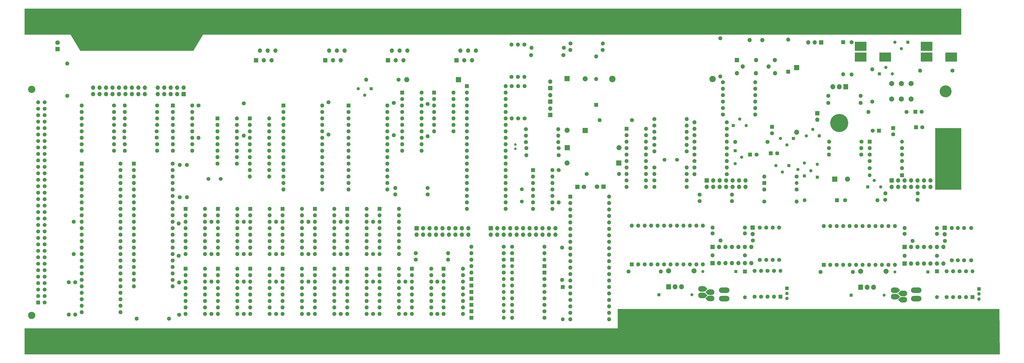
<source format=gts>
%TF.GenerationSoftware,KiCad,Pcbnew,8.0.6+1*%
%TF.CreationDate,2024-12-23T15:37:47+01:00*%
%TF.ProjectId,Issue_6,49737375-655f-4362-9e6b-696361645f70,0*%
%TF.SameCoordinates,Original*%
%TF.FileFunction,Soldermask,Top*%
%TF.FilePolarity,Negative*%
%FSLAX46Y46*%
G04 Gerber Fmt 4.6, Leading zero omitted, Abs format (unit mm)*
G04 Created by KiCad (PCBNEW 8.0.6+1) date 2024-12-23 15:37:47*
%MOMM*%
%LPD*%
G01*
G04 APERTURE LIST*
G04 Aperture macros list*
%AMRoundRect*
0 Rectangle with rounded corners*
0 $1 Rounding radius*
0 $2 $3 $4 $5 $6 $7 $8 $9 X,Y pos of 4 corners*
0 Add a 4 corners polygon primitive as box body*
4,1,4,$2,$3,$4,$5,$6,$7,$8,$9,$2,$3,0*
0 Add four circle primitives for the rounded corners*
1,1,$1+$1,$2,$3*
1,1,$1+$1,$4,$5*
1,1,$1+$1,$6,$7*
1,1,$1+$1,$8,$9*
0 Add four rect primitives between the rounded corners*
20,1,$1+$1,$2,$3,$4,$5,0*
20,1,$1+$1,$4,$5,$6,$7,0*
20,1,$1+$1,$6,$7,$8,$9,0*
20,1,$1+$1,$8,$9,$2,$3,0*%
%AMRotRect*
0 Rectangle, with rotation*
0 The origin of the aperture is its center*
0 $1 length*
0 $2 width*
0 $3 Rotation angle, in degrees counterclockwise*
0 Add horizontal line*
21,1,$1,$2,0,0,$3*%
G04 Aperture macros list end*
%ADD10C,0.100000*%
%ADD11C,3.581000*%
%ADD12C,2.350446*%
%ADD13RoundRect,0.500000X-3.750000X-0.350000X3.750000X-0.350000X3.750000X0.350000X-3.750000X0.350000X0*%
%ADD14R,1.600000X1.600000*%
%ADD15O,1.600000X1.600000*%
%ADD16R,1.700000X1.700000*%
%ADD17O,1.700000X1.700000*%
%ADD18RoundRect,0.050800X-2.250000X1.750000X-2.250000X-1.750000X2.250000X-1.750000X2.250000X1.750000X0*%
%ADD19R,1.905000X2.000000*%
%ADD20O,1.905000X2.000000*%
%ADD21C,1.600000*%
%ADD22R,1.200000X1.200000*%
%ADD23C,1.200000*%
%ADD24R,1.500000X1.500000*%
%ADD25O,1.500000X1.500000*%
%ADD26R,1.350000X1.350000*%
%ADD27O,1.350000X1.350000*%
%ADD28RotRect,1.500000X1.500000X45.000000*%
%ADD29RoundRect,1.100000X0.400000X0.000010X-0.400000X0.000010X-0.400000X-0.000010X0.400000X-0.000010X0*%
%ADD30RoundRect,1.100000X-0.400000X-0.000010X0.400000X-0.000010X0.400000X0.000010X-0.400000X0.000010X0*%
%ADD31R,1.300000X1.300000*%
%ADD32C,1.300000*%
%ADD33R,2.000000X2.000000*%
%ADD34O,2.000000X2.000000*%
%ADD35C,1.000000*%
%ADD36RoundRect,1.100000X-0.975000X-0.000010X0.975000X-0.000010X0.975000X0.000010X-0.975000X0.000010X0*%
%ADD37R,1.800000X1.800000*%
%ADD38C,1.800000*%
%ADD39C,2.000000*%
%ADD40C,1.500000*%
%ADD41C,2.850000*%
%ADD42RoundRect,0.249999X-0.525001X0.525001X-0.525001X-0.525001X0.525001X-0.525001X0.525001X0.525001X0*%
%ADD43C,1.550000*%
%ADD44O,2.500000X2.600000*%
%ADD45O,2.500000X2.500000*%
G04 APERTURE END LIST*
D10*
X391160000Y-91440000D02*
X93345000Y-91440000D01*
X89535000Y-97790000D01*
X45085000Y-97790000D01*
X41275000Y-91440000D01*
X23241000Y-91440000D01*
X23241000Y-81280000D01*
X391160000Y-81280000D01*
X391160000Y-91440000D01*
G36*
X391160000Y-91440000D02*
G01*
X93345000Y-91440000D01*
X89535000Y-97790000D01*
X45085000Y-97790000D01*
X41275000Y-91440000D01*
X23241000Y-91440000D01*
X23241000Y-81280000D01*
X391160000Y-81280000D01*
X391160000Y-91440000D01*
G37*
D11*
X345071500Y-126238000D02*
G75*
G02*
X341490500Y-126238000I-1790500J0D01*
G01*
X341490500Y-126238000D02*
G75*
G02*
X345071500Y-126238000I1790500J0D01*
G01*
D10*
X381000000Y-128270000D02*
X391160000Y-128270000D01*
X391160000Y-152400000D01*
X381000000Y-152400000D01*
X381000000Y-128270000D01*
G36*
X381000000Y-128270000D02*
G01*
X391160000Y-128270000D01*
X391160000Y-152400000D01*
X381000000Y-152400000D01*
X381000000Y-128270000D01*
G37*
X406273000Y-217170000D02*
X23241000Y-217170000D01*
X23241000Y-207010000D01*
X256286000Y-207010000D01*
X256286000Y-199390000D01*
X406146000Y-199390000D01*
X406273000Y-217170000D01*
G36*
X406273000Y-217170000D02*
G01*
X23241000Y-217170000D01*
X23241000Y-207010000D01*
X256286000Y-207010000D01*
X256286000Y-199390000D01*
X406146000Y-199390000D01*
X406273000Y-217170000D01*
G37*
%TO.C,S3*%
D12*
X386239223Y-113792000D02*
G75*
G02*
X383888777Y-113792000I-1175223J0D01*
G01*
X383888777Y-113792000D02*
G75*
G02*
X386239223Y-113792000I1175223J0D01*
G01*
%TD*%
D13*
%TO.C,EC1*%
X386207000Y-131318000D03*
X386207000Y-133858000D03*
X386207000Y-138938000D03*
X386207000Y-141478000D03*
X386207000Y-144018000D03*
X386207000Y-146558000D03*
X386207000Y-149098000D03*
%TD*%
D14*
%TO.C,D26*%
X344805000Y-94488000D03*
D15*
X344805000Y-107061000D03*
%TD*%
D16*
%TO.C,J2*%
X85725000Y-114845000D03*
D17*
X85725000Y-112305000D03*
X83185000Y-114845000D03*
X83185000Y-112305000D03*
X80645000Y-114845000D03*
X80645000Y-112305000D03*
X78105000Y-114845000D03*
X78105000Y-112305000D03*
X75565000Y-114845000D03*
X75565000Y-112305000D03*
X70485000Y-114845000D03*
X70485000Y-112305000D03*
X67945000Y-114845000D03*
X67945000Y-112305000D03*
X65405000Y-114845000D03*
X65405000Y-112305000D03*
X62865000Y-114845000D03*
X62865000Y-112305000D03*
X60325000Y-114845000D03*
X60325000Y-112305000D03*
X57785000Y-114845000D03*
X57785000Y-112305000D03*
X55245000Y-114845000D03*
X55245000Y-112305000D03*
X52705000Y-114845000D03*
X52705000Y-112305000D03*
X50165000Y-114845000D03*
X50165000Y-112305000D03*
%TD*%
D14*
%TO.C,D25*%
X323215000Y-106045000D03*
D15*
X323215000Y-93472000D03*
%TD*%
D18*
%TO.C,J9*%
X351703000Y-96092000D03*
X351703000Y-100283000D03*
X361355000Y-100283000D03*
%TD*%
%TO.C,J10*%
X377571000Y-96092000D03*
X377571000Y-100283000D03*
X387223000Y-100283000D03*
%TD*%
D19*
%TO.C,IC31*%
X276225000Y-190683000D03*
D20*
X278765000Y-190683000D03*
X281305000Y-190683000D03*
%TD*%
D21*
%TO.C,R47*%
X58420000Y-137160000D03*
D15*
X45720000Y-137160000D03*
%TD*%
D14*
%TO.C,C22*%
X358902000Y-129286000D03*
D21*
X356402000Y-129286000D03*
%TD*%
%TO.C,R56*%
X297585000Y-115310000D03*
D15*
X310285000Y-115310000D03*
%TD*%
D21*
%TO.C,R62*%
X211455000Y-185039000D03*
D15*
X198755000Y-185039000D03*
%TD*%
D21*
%TO.C,C31*%
X283337000Y-137414000D03*
D15*
X270637000Y-137414000D03*
%TD*%
D22*
%TO.C,C10*%
X347980000Y-193929000D03*
D23*
X360934000Y-193929000D03*
%TD*%
D24*
%TO.C,D2*%
X227457000Y-182499000D03*
D25*
X214757000Y-182499000D03*
%TD*%
D16*
%TO.C,J201*%
X368935000Y-175006000D03*
D17*
X371475000Y-175006000D03*
X374015000Y-175006000D03*
X376555000Y-175006000D03*
X379095000Y-175006000D03*
X381635000Y-175006000D03*
X384175000Y-175006000D03*
%TD*%
D21*
%TO.C,R86*%
X244094000Y-146304000D03*
D15*
X256794000Y-146304000D03*
%TD*%
D21*
%TO.C,R48*%
X233045000Y-138938000D03*
D15*
X220345000Y-138938000D03*
%TD*%
D21*
%TO.C,R21*%
X227457000Y-195199000D03*
D15*
X214757000Y-195199000D03*
%TD*%
D26*
%TO.C,SW2*%
X398145000Y-191453000D03*
D27*
X398145000Y-193453000D03*
X398145000Y-195453000D03*
%TD*%
D24*
%TO.C,D1*%
X227457000Y-185039000D03*
D25*
X214757000Y-185039000D03*
%TD*%
D14*
%TO.C,IC5*%
X137287000Y-160020000D03*
D15*
X137287000Y-162560000D03*
X137287000Y-165100000D03*
X137287000Y-167640000D03*
X137287000Y-170180000D03*
X137287000Y-172720000D03*
X137287000Y-175260000D03*
X137287000Y-177800000D03*
X144907000Y-177800000D03*
X144907000Y-175260000D03*
X144907000Y-172720000D03*
X144907000Y-170180000D03*
X144907000Y-167640000D03*
X144907000Y-165100000D03*
X144907000Y-162560000D03*
X144907000Y-160020000D03*
%TD*%
D21*
%TO.C,R10*%
X235077000Y-96647000D03*
D15*
X222377000Y-96647000D03*
%TD*%
D14*
%TO.C,C41*%
X373166000Y-121793000D03*
D21*
X375666000Y-121793000D03*
%TD*%
%TO.C,R78*%
X75311000Y-134620000D03*
D15*
X62611000Y-134620000D03*
%TD*%
D21*
%TO.C,R44*%
X306197000Y-167386000D03*
D15*
X293497000Y-167386000D03*
%TD*%
D21*
%TO.C,DC24*%
X147447000Y-201295000D03*
D15*
X147447000Y-188595000D03*
%TD*%
D28*
%TO.C,L2*%
X290449000Y-191516000D03*
D29*
X289399000Y-191516000D03*
D28*
X291719000Y-192786000D03*
D30*
X292769000Y-192786000D03*
D28*
X290449000Y-194056000D03*
D29*
X289399000Y-194056000D03*
D28*
X291719000Y-195199000D03*
D30*
X292769000Y-195199000D03*
%TD*%
D21*
%TO.C,R29*%
X355219000Y-141224000D03*
D15*
X367919000Y-141224000D03*
%TD*%
D21*
%TO.C,C32*%
X286385000Y-143764000D03*
D15*
X299085000Y-143764000D03*
%TD*%
D21*
%TO.C,C48*%
X234950000Y-99568000D03*
D15*
X222250000Y-99568000D03*
%TD*%
D21*
%TO.C,C49*%
X319659000Y-180086000D03*
D15*
X319659000Y-167386000D03*
%TD*%
D31*
%TO.C,TR7*%
X329565000Y-147066000D03*
D32*
X327025000Y-144526000D03*
X329565000Y-141986000D03*
%TD*%
D21*
%TO.C,R58*%
X297585000Y-120390000D03*
D15*
X310285000Y-120390000D03*
%TD*%
D21*
%TO.C,R17*%
X220218000Y-128651000D03*
D15*
X232918000Y-128651000D03*
%TD*%
D21*
%TO.C,R20*%
X227457000Y-197739000D03*
D15*
X214757000Y-197739000D03*
%TD*%
D14*
%TO.C,IC16*%
X175387000Y-183515000D03*
D15*
X175387000Y-186055000D03*
X175387000Y-188595000D03*
X175387000Y-191135000D03*
X175387000Y-193675000D03*
X175387000Y-196215000D03*
X175387000Y-198755000D03*
X175387000Y-201295000D03*
X183007000Y-201295000D03*
X183007000Y-198755000D03*
X183007000Y-196215000D03*
X183007000Y-193675000D03*
X183007000Y-191135000D03*
X183007000Y-188595000D03*
X183007000Y-186055000D03*
X183007000Y-183515000D03*
%TD*%
D21*
%TO.C,R90*%
X217170000Y-124460000D03*
D15*
X217170000Y-111760000D03*
%TD*%
D21*
%TO.C,C19*%
X326517000Y-152400000D03*
D15*
X313817000Y-152400000D03*
%TD*%
D24*
%TO.C,D16*%
X313817000Y-149860000D03*
D25*
X326517000Y-149860000D03*
%TD*%
D21*
%TO.C,R49*%
X315087000Y-133705600D03*
D15*
X302387000Y-133705600D03*
%TD*%
D14*
%TO.C,IC13*%
X137287000Y-183515000D03*
D15*
X137287000Y-186055000D03*
X137287000Y-188595000D03*
X137287000Y-191135000D03*
X137287000Y-193675000D03*
X137287000Y-196215000D03*
X137287000Y-198755000D03*
X137287000Y-201295000D03*
X144907000Y-201295000D03*
X144907000Y-198755000D03*
X144907000Y-196215000D03*
X144907000Y-193675000D03*
X144907000Y-191135000D03*
X144907000Y-188595000D03*
X144907000Y-186055000D03*
X144907000Y-183515000D03*
%TD*%
D21*
%TO.C,DC20*%
X96647000Y-201295000D03*
D15*
X96647000Y-188595000D03*
%TD*%
D21*
%TO.C,C50*%
X395097000Y-180213000D03*
D15*
X395097000Y-167513000D03*
%TD*%
D21*
%TO.C,R32*%
X288417000Y-156972000D03*
D15*
X301117000Y-156972000D03*
%TD*%
D33*
%TO.C,C37*%
X326567800Y-104444800D03*
D34*
X326567800Y-129844800D03*
%TD*%
D21*
%TO.C,DC26*%
X172847000Y-201295000D03*
D15*
X172847000Y-188595000D03*
%TD*%
D16*
%TO.C,J6*%
X192913000Y-101600000D03*
D17*
X194437000Y-97790000D03*
X195961000Y-101600000D03*
X197485000Y-97790000D03*
X199009000Y-101600000D03*
X200533000Y-97790000D03*
%TD*%
D16*
%TO.C,M2*%
X309245000Y-167335200D03*
D17*
X309245000Y-169875200D03*
%TD*%
D21*
%TO.C,R92_2*%
X40005000Y-115570000D03*
D15*
X40005000Y-102870000D03*
%TD*%
D24*
%TO.C,D14*%
X306197000Y-184650000D03*
D25*
X306197000Y-194810000D03*
%TD*%
D31*
%TO.C,TR2*%
X370205000Y-94488000D03*
D32*
X367665000Y-97028000D03*
X365125000Y-94488000D03*
%TD*%
D21*
%TO.C,DC5*%
X181610000Y-118745000D03*
D15*
X181610000Y-131445000D03*
%TD*%
D21*
%TO.C,R92*%
X219583000Y-95377000D03*
D15*
X219583000Y-108077000D03*
%TD*%
D16*
%TO.C,HDB1*%
X291211000Y-148844000D03*
D17*
X293751000Y-148844000D03*
X296291000Y-148844000D03*
X298831000Y-148844000D03*
X301371000Y-148844000D03*
X303911000Y-148844000D03*
X306451000Y-148844000D03*
X291211000Y-151384000D03*
X293751000Y-151384000D03*
X296291000Y-151384000D03*
X298831000Y-151384000D03*
X301371000Y-151384000D03*
X303911000Y-151384000D03*
X306451000Y-151384000D03*
%TD*%
D21*
%TO.C,R63*%
X211455000Y-182499000D03*
D15*
X198755000Y-182499000D03*
%TD*%
D14*
%TO.C,C21*%
X308269000Y-138684000D03*
D21*
X310769000Y-138684000D03*
%TD*%
%TO.C,C13*%
X312039000Y-180086000D03*
D15*
X312039000Y-167386000D03*
%TD*%
D21*
%TO.C,R74*%
X75184000Y-129540000D03*
D15*
X62484000Y-129540000D03*
%TD*%
D21*
%TO.C,C16*%
X368935000Y-169799000D03*
D15*
X381635000Y-169799000D03*
%TD*%
D21*
%TO.C,C34*%
X286385000Y-138684000D03*
D15*
X299085000Y-138684000D03*
%TD*%
D24*
%TO.C,D3*%
X214757000Y-179959000D03*
D25*
X227457000Y-179959000D03*
%TD*%
D21*
%TO.C,C43*%
X270637000Y-124714000D03*
D15*
X283337000Y-124714000D03*
%TD*%
D31*
%TO.C,TR5*%
X334645000Y-147574000D03*
D32*
X332105000Y-145034000D03*
X334645000Y-142494000D03*
%TD*%
D14*
%TO.C,IC18*%
X45720000Y-142240000D03*
D15*
X45720000Y-144780000D03*
X45720000Y-147320000D03*
X45720000Y-149860000D03*
X45720000Y-152400000D03*
X45720000Y-154940000D03*
X45720000Y-157480000D03*
X45720000Y-160020000D03*
X45720000Y-162560000D03*
X45720000Y-165100000D03*
X45720000Y-167640000D03*
X45720000Y-170180000D03*
X45720000Y-172720000D03*
X45720000Y-175260000D03*
X45720000Y-177800000D03*
X45720000Y-180340000D03*
X45720000Y-182880000D03*
X45720000Y-185420000D03*
X45720000Y-187960000D03*
X45720000Y-190500000D03*
X45720000Y-193040000D03*
X45720000Y-195580000D03*
X45720000Y-198120000D03*
X45720000Y-200660000D03*
X60960000Y-200660000D03*
X60960000Y-198120000D03*
X60960000Y-195580000D03*
X60960000Y-193040000D03*
X60960000Y-190500000D03*
X60960000Y-187960000D03*
X60960000Y-185420000D03*
X60960000Y-182880000D03*
X60960000Y-180340000D03*
X60960000Y-177800000D03*
X60960000Y-175260000D03*
X60960000Y-172720000D03*
X60960000Y-170180000D03*
X60960000Y-167640000D03*
X60960000Y-165100000D03*
X60960000Y-162560000D03*
X60960000Y-160020000D03*
X60960000Y-157480000D03*
X60960000Y-154940000D03*
X60960000Y-152400000D03*
X60960000Y-149860000D03*
X60960000Y-147320000D03*
X60960000Y-144780000D03*
X60960000Y-142240000D03*
%TD*%
D21*
%TO.C,C20*%
X361442000Y-153924000D03*
D15*
X374142000Y-153924000D03*
%TD*%
D14*
%TO.C,IC28*%
X259715000Y-128524000D03*
D15*
X259715000Y-131064000D03*
X259715000Y-133604000D03*
X259715000Y-136144000D03*
X259715000Y-138684000D03*
X259715000Y-141224000D03*
X259715000Y-143764000D03*
X259715000Y-146304000D03*
X259715000Y-148844000D03*
X259715000Y-151384000D03*
X267335000Y-151384000D03*
X267335000Y-148844000D03*
X267335000Y-146304000D03*
X267335000Y-143764000D03*
X267335000Y-141224000D03*
X267335000Y-138684000D03*
X267335000Y-136144000D03*
X267335000Y-133604000D03*
X267335000Y-131064000D03*
X267335000Y-128524000D03*
%TD*%
D21*
%TO.C,DC27*%
X185420000Y-201295000D03*
D15*
X185420000Y-188595000D03*
%TD*%
D16*
%TO.C,J4*%
X141351000Y-101600000D03*
D17*
X142875000Y-97790000D03*
X144399000Y-101600000D03*
X145923000Y-97790000D03*
X147447000Y-101600000D03*
X148971000Y-97790000D03*
%TD*%
D22*
%TO.C,C11*%
X302641000Y-184658000D03*
D23*
X289687000Y-184658000D03*
%TD*%
D21*
%TO.C,C26*%
X270637000Y-143764000D03*
D15*
X283337000Y-143764000D03*
%TD*%
D14*
%TO.C,C47*%
X364490000Y-128207888D03*
D21*
X364490000Y-130707888D03*
%TD*%
%TO.C,R18*%
X227457000Y-202819000D03*
D15*
X214757000Y-202819000D03*
%TD*%
D21*
%TO.C,C5*%
X306197000Y-178308000D03*
D15*
X293497000Y-178308000D03*
%TD*%
D21*
%TO.C,C46*%
X345567000Y-156591000D03*
D15*
X358267000Y-156591000D03*
%TD*%
D21*
%TO.C,R61*%
X237744000Y-94996000D03*
D15*
X250444000Y-94996000D03*
%TD*%
D21*
%TO.C,R23*%
X227457000Y-190119000D03*
D15*
X214757000Y-190119000D03*
%TD*%
D21*
%TO.C,R57*%
X297585000Y-117850000D03*
D15*
X310285000Y-117850000D03*
%TD*%
D21*
%TO.C,DC3*%
X142621000Y-118110000D03*
D15*
X142621000Y-130810000D03*
%TD*%
D35*
%TO.C,X2*%
X216027000Y-136398000D03*
X216027000Y-134698000D03*
%TD*%
D21*
%TO.C,L5*%
X369697000Y-121920000D03*
D15*
X354697000Y-121920000D03*
%TD*%
D21*
%TO.C,R33*%
X355219000Y-144018000D03*
D15*
X367919000Y-144018000D03*
%TD*%
D21*
%TO.C,R76*%
X75184000Y-131953000D03*
D15*
X62484000Y-131953000D03*
%TD*%
D21*
%TO.C,R51*%
X270637000Y-129674000D03*
D15*
X283337000Y-129674000D03*
%TD*%
D21*
%TO.C,R85*%
X261874000Y-125095000D03*
D15*
X249174000Y-125095000D03*
%TD*%
D21*
%TO.C,R40*%
X315087000Y-184404000D03*
D15*
X315087000Y-194564000D03*
%TD*%
D16*
%TO.C,J202*%
X368935000Y-181483000D03*
D17*
X371475000Y-181483000D03*
X374015000Y-181483000D03*
X376555000Y-181483000D03*
X379095000Y-181483000D03*
X381635000Y-181483000D03*
X384175000Y-181483000D03*
%TD*%
D21*
%TO.C,R15*%
X387731000Y-105664000D03*
D15*
X375031000Y-105664000D03*
%TD*%
D21*
%TO.C,R80*%
X220218000Y-131191000D03*
D15*
X232918000Y-131191000D03*
%TD*%
D21*
%TO.C,DC16*%
X160147000Y-177800000D03*
D15*
X160147000Y-165100000D03*
%TD*%
D21*
%TO.C,R8*%
X217043000Y-108077000D03*
D15*
X217043000Y-95377000D03*
%TD*%
D14*
%TO.C,IC25*%
X184150000Y-114300000D03*
D15*
X184150000Y-116840000D03*
X184150000Y-119380000D03*
X184150000Y-121920000D03*
X184150000Y-124460000D03*
X184150000Y-127000000D03*
X184150000Y-129540000D03*
X191770000Y-129540000D03*
X191770000Y-127000000D03*
X191770000Y-124460000D03*
X191770000Y-121920000D03*
X191770000Y-119380000D03*
X191770000Y-116840000D03*
X191770000Y-114300000D03*
%TD*%
D21*
%TO.C,R12*%
X339217000Y-136144000D03*
D15*
X351917000Y-136144000D03*
%TD*%
D14*
%TO.C,IC33*%
X124968000Y-119380000D03*
D15*
X124968000Y-121920000D03*
X124968000Y-124460000D03*
X124968000Y-127000000D03*
X124968000Y-129540000D03*
X124968000Y-132080000D03*
X124968000Y-134620000D03*
X124968000Y-137160000D03*
X124968000Y-139700000D03*
X124968000Y-142240000D03*
X124968000Y-144780000D03*
X124968000Y-147320000D03*
X124968000Y-149860000D03*
X124968000Y-152400000D03*
X140208000Y-152400000D03*
X140208000Y-149860000D03*
X140208000Y-147320000D03*
X140208000Y-144780000D03*
X140208000Y-142240000D03*
X140208000Y-139700000D03*
X140208000Y-137160000D03*
X140208000Y-134620000D03*
X140208000Y-132080000D03*
X140208000Y-129540000D03*
X140208000Y-127000000D03*
X140208000Y-124460000D03*
X140208000Y-121920000D03*
X140208000Y-119380000D03*
%TD*%
D14*
%TO.C,IC10*%
X99187000Y-183515000D03*
D15*
X99187000Y-186055000D03*
X99187000Y-188595000D03*
X99187000Y-191135000D03*
X99187000Y-193675000D03*
X99187000Y-196215000D03*
X99187000Y-198755000D03*
X99187000Y-201295000D03*
X106807000Y-201295000D03*
X106807000Y-198755000D03*
X106807000Y-196215000D03*
X106807000Y-193675000D03*
X106807000Y-191135000D03*
X106807000Y-188595000D03*
X106807000Y-186055000D03*
X106807000Y-183515000D03*
%TD*%
D21*
%TO.C,R54*%
X270637000Y-132214000D03*
D15*
X283337000Y-132214000D03*
%TD*%
D21*
%TO.C,R35*%
X385445000Y-194691000D03*
D15*
X385445000Y-184531000D03*
%TD*%
D21*
%TO.C,C44*%
X338963000Y-115570000D03*
D15*
X351663000Y-115570000D03*
%TD*%
D21*
%TO.C,R104*%
X326517000Y-147320000D03*
D15*
X313817000Y-147320000D03*
%TD*%
D24*
%TO.C,D10*%
X198755000Y-190119000D03*
D25*
X211455000Y-190119000D03*
%TD*%
D21*
%TO.C,R72*%
X75311000Y-127000000D03*
D15*
X62611000Y-127000000D03*
%TD*%
D14*
%TO.C,IC3*%
X111887000Y-160020000D03*
D15*
X111887000Y-162560000D03*
X111887000Y-165100000D03*
X111887000Y-167640000D03*
X111887000Y-170180000D03*
X111887000Y-172720000D03*
X111887000Y-175260000D03*
X111887000Y-177800000D03*
X119507000Y-177800000D03*
X119507000Y-175260000D03*
X119507000Y-172720000D03*
X119507000Y-170180000D03*
X119507000Y-167640000D03*
X119507000Y-165100000D03*
X119507000Y-162560000D03*
X119507000Y-160020000D03*
%TD*%
D21*
%TO.C,C45*%
X286385000Y-131064000D03*
D15*
X299085000Y-131064000D03*
%TD*%
D19*
%TO.C,U35*%
X345821000Y-112014000D03*
D20*
X343281000Y-112014000D03*
X340741000Y-112014000D03*
%TD*%
D24*
%TO.C,D12*%
X320167000Y-194564000D03*
D25*
X320167000Y-184404000D03*
%TD*%
D16*
%TO.C,J101*%
X293497000Y-175006000D03*
D17*
X296037000Y-175006000D03*
X298577000Y-175006000D03*
X301117000Y-175006000D03*
X303657000Y-175006000D03*
X306197000Y-175006000D03*
X308737000Y-175006000D03*
%TD*%
D16*
%TO.C,J3*%
X114173000Y-101600000D03*
D17*
X115697000Y-97790000D03*
X117221000Y-101600000D03*
X118745000Y-97790000D03*
X120269000Y-101600000D03*
X121793000Y-97790000D03*
%TD*%
D21*
%TO.C,R88*%
X310261000Y-112770000D03*
D15*
X297561000Y-112770000D03*
%TD*%
D21*
%TO.C,R25*%
X283337000Y-151384000D03*
D15*
X270637000Y-151384000D03*
%TD*%
D21*
%TO.C,R98*%
X234442000Y-175260000D03*
D15*
X234442000Y-187960000D03*
%TD*%
D24*
%TO.C,D13*%
X395605000Y-194691000D03*
D25*
X395605000Y-184531000D03*
%TD*%
D21*
%TO.C,R42*%
X314579000Y-180086000D03*
D15*
X314579000Y-167386000D03*
%TD*%
D36*
%TO.C,L6*%
X298103000Y-192024000D03*
X298103000Y-195326000D03*
%TD*%
D37*
%TO.C,D27_2*%
X36195000Y-97155000D03*
D38*
X36195000Y-94615000D03*
%TD*%
D21*
%TO.C,R65*%
X211455000Y-177419000D03*
D15*
X198755000Y-177419000D03*
%TD*%
D24*
%TO.C,D8*%
X198755000Y-195199000D03*
D25*
X211455000Y-195199000D03*
%TD*%
D21*
%TO.C,R1*%
X58420000Y-132080000D03*
D15*
X45720000Y-132080000D03*
%TD*%
D21*
%TO.C,R68*%
X176911000Y-177419000D03*
D15*
X189611000Y-177419000D03*
%TD*%
D21*
%TO.C,C33*%
X299085000Y-136144000D03*
D15*
X286385000Y-136144000D03*
%TD*%
D37*
%TO.C,D20_1*%
X240411000Y-151384000D03*
D38*
X242951000Y-151384000D03*
%TD*%
D14*
%TO.C,IC26*%
X223012000Y-144780000D03*
D15*
X223012000Y-147320000D03*
X223012000Y-149860000D03*
X223012000Y-152400000D03*
X223012000Y-154940000D03*
X223012000Y-157480000D03*
X223012000Y-160020000D03*
X230632000Y-160020000D03*
X230632000Y-157480000D03*
X230632000Y-154940000D03*
X230632000Y-152400000D03*
X230632000Y-149860000D03*
X230632000Y-147320000D03*
X230632000Y-144780000D03*
%TD*%
D21*
%TO.C,R45*%
X381635000Y-167513000D03*
D15*
X368935000Y-167513000D03*
%TD*%
D14*
%TO.C,IC19*%
X81534000Y-119380000D03*
D15*
X81534000Y-121920000D03*
X81534000Y-124460000D03*
X81534000Y-127000000D03*
X81534000Y-129540000D03*
X81534000Y-132080000D03*
X81534000Y-134620000D03*
X81534000Y-137160000D03*
X89154000Y-137160000D03*
X89154000Y-134620000D03*
X89154000Y-132080000D03*
X89154000Y-129540000D03*
X89154000Y-127000000D03*
X89154000Y-124460000D03*
X89154000Y-121920000D03*
X89154000Y-119380000D03*
%TD*%
D14*
%TO.C,IC30*%
X337185000Y-181991000D03*
D15*
X339725000Y-181991000D03*
X342265000Y-181991000D03*
X344805000Y-181991000D03*
X347345000Y-181991000D03*
X349885000Y-181991000D03*
X352425000Y-181991000D03*
X354965000Y-181991000D03*
X357505000Y-181991000D03*
X360045000Y-181991000D03*
X362585000Y-181991000D03*
X365125000Y-181991000D03*
X365125000Y-166751000D03*
X362585000Y-166751000D03*
X360045000Y-166751000D03*
X357505000Y-166751000D03*
X354965000Y-166751000D03*
X352425000Y-166751000D03*
X349885000Y-166751000D03*
X347345000Y-166751000D03*
X344805000Y-166751000D03*
X342265000Y-166751000D03*
X339725000Y-166751000D03*
X337185000Y-166751000D03*
%TD*%
D17*
%TO.C,J7*%
X313055000Y-93585000D03*
X308055000Y-93585000D03*
D16*
X303102000Y-101459000D03*
D17*
X310595000Y-101459000D03*
X317961000Y-101459000D03*
X305388000Y-103999000D03*
X315548000Y-103999000D03*
X303055000Y-106666000D03*
X318055000Y-106666000D03*
X310555000Y-106666000D03*
%TD*%
D31*
%TO.C,TR4*%
X354457000Y-151384000D03*
D32*
X356997000Y-148844000D03*
X359537000Y-151384000D03*
%TD*%
D24*
%TO.C,D29*%
X355219000Y-133604000D03*
D25*
X367919000Y-133604000D03*
%TD*%
D21*
%TO.C,C18*%
X335915000Y-184785000D03*
D15*
X348615000Y-184785000D03*
%TD*%
D14*
%TO.C,IC7*%
X162687000Y-160020000D03*
D15*
X162687000Y-162560000D03*
X162687000Y-165100000D03*
X162687000Y-167640000D03*
X162687000Y-170180000D03*
X162687000Y-172720000D03*
X162687000Y-175260000D03*
X162687000Y-177800000D03*
X170307000Y-177800000D03*
X170307000Y-175260000D03*
X170307000Y-172720000D03*
X170307000Y-170180000D03*
X170307000Y-167640000D03*
X170307000Y-165100000D03*
X170307000Y-162560000D03*
X170307000Y-160020000D03*
%TD*%
D21*
%TO.C,R96*%
X170180000Y-109220000D03*
D15*
X157480000Y-109220000D03*
%TD*%
D16*
%TO.C,J8*%
X336169000Y-94570000D03*
D17*
X333629000Y-94570000D03*
X331089000Y-94570000D03*
%TD*%
D21*
%TO.C,DC15*%
X147447000Y-177800000D03*
D15*
X147447000Y-165100000D03*
%TD*%
D21*
%TO.C,R13*%
X338963000Y-118364000D03*
D15*
X351663000Y-118364000D03*
%TD*%
D21*
%TO.C,R100*%
X309372000Y-172466000D03*
D15*
X296672000Y-172466000D03*
%TD*%
D26*
%TO.C,SW1*%
X322707000Y-191262000D03*
D27*
X322707000Y-193262000D03*
X322707000Y-195262000D03*
%TD*%
D21*
%TO.C,R91*%
X220218000Y-133731000D03*
D15*
X232918000Y-133731000D03*
%TD*%
D14*
%TO.C,C42*%
X373420000Y-127889000D03*
D21*
X375920000Y-127889000D03*
%TD*%
D19*
%TO.C,IC32*%
X351663000Y-190810000D03*
D20*
X354203000Y-190810000D03*
X356743000Y-190810000D03*
%TD*%
D14*
%TO.C,IC6*%
X149987000Y-160020000D03*
D15*
X149987000Y-162560000D03*
X149987000Y-165100000D03*
X149987000Y-167640000D03*
X149987000Y-170180000D03*
X149987000Y-172720000D03*
X149987000Y-175260000D03*
X149987000Y-177800000D03*
X157607000Y-177800000D03*
X157607000Y-175260000D03*
X157607000Y-172720000D03*
X157607000Y-170180000D03*
X157607000Y-167640000D03*
X157607000Y-165100000D03*
X157607000Y-162560000D03*
X157607000Y-160020000D03*
%TD*%
D14*
%TO.C,IC9*%
X86487000Y-183515000D03*
D15*
X86487000Y-186055000D03*
X86487000Y-188595000D03*
X86487000Y-191135000D03*
X86487000Y-193675000D03*
X86487000Y-196215000D03*
X86487000Y-198755000D03*
X86487000Y-201295000D03*
X94107000Y-201295000D03*
X94107000Y-198755000D03*
X94107000Y-196215000D03*
X94107000Y-193675000D03*
X94107000Y-191135000D03*
X94107000Y-188595000D03*
X94107000Y-186055000D03*
X94107000Y-183515000D03*
%TD*%
D33*
%TO.C,C23*%
X243459000Y-129159000D03*
D34*
X243459000Y-108839000D03*
%TD*%
D14*
%TO.C,IC29*%
X261747000Y-181864000D03*
D15*
X264287000Y-181864000D03*
X266827000Y-181864000D03*
X269367000Y-181864000D03*
X271907000Y-181864000D03*
X274447000Y-181864000D03*
X276987000Y-181864000D03*
X279527000Y-181864000D03*
X282067000Y-181864000D03*
X284607000Y-181864000D03*
X287147000Y-181864000D03*
X289687000Y-181864000D03*
X289687000Y-166624000D03*
X287147000Y-166624000D03*
X284607000Y-166624000D03*
X282067000Y-166624000D03*
X279527000Y-166624000D03*
X276987000Y-166624000D03*
X274447000Y-166624000D03*
X271907000Y-166624000D03*
X269367000Y-166624000D03*
X266827000Y-166624000D03*
X264287000Y-166624000D03*
X261747000Y-166624000D03*
%TD*%
D21*
%TO.C,R28*%
X288417000Y-154432000D03*
D15*
X301117000Y-154432000D03*
%TD*%
D21*
%TO.C,R77*%
X75311000Y-121920000D03*
D15*
X62611000Y-121920000D03*
%TD*%
D21*
%TO.C,R34*%
X310007000Y-194564000D03*
D15*
X310007000Y-184404000D03*
%TD*%
D21*
%TO.C,R55*%
X286385000Y-133604000D03*
D15*
X299085000Y-133604000D03*
%TD*%
D21*
%TO.C,R9*%
X214503000Y-108077000D03*
D15*
X214503000Y-95377000D03*
%TD*%
D21*
%TO.C,C15*%
X293497000Y-169672000D03*
D15*
X306197000Y-169672000D03*
%TD*%
D33*
%TO.C,C39*%
X341503000Y-148336000D03*
D39*
X346503000Y-148336000D03*
%TD*%
D33*
%TO.C,C25*%
X256717800Y-141986000D03*
D34*
X236397800Y-141986000D03*
%TD*%
D21*
%TO.C,R59*%
X297585000Y-122930000D03*
D15*
X310285000Y-122930000D03*
%TD*%
D21*
%TO.C,C29*%
X270637000Y-134874000D03*
D15*
X283337000Y-134874000D03*
%TD*%
D21*
%TO.C,DC25*%
X160147000Y-201295000D03*
D15*
X160147000Y-188595000D03*
%TD*%
D31*
%TO.C,TR1*%
X325247000Y-132334000D03*
D32*
X322707000Y-134874000D03*
X320167000Y-132334000D03*
%TD*%
D21*
%TO.C,R97*%
X214757000Y-177419000D03*
D15*
X227457000Y-177419000D03*
%TD*%
D16*
%TO.C,M3*%
X384683000Y-167487600D03*
D17*
X384683000Y-170027600D03*
%TD*%
D21*
%TO.C,C30*%
X286385000Y-141224000D03*
D15*
X299085000Y-141224000D03*
%TD*%
D14*
%TO.C,IC23*%
X196977000Y-111760000D03*
D15*
X196977000Y-114300000D03*
X196977000Y-116840000D03*
X196977000Y-119380000D03*
X196977000Y-121920000D03*
X196977000Y-124460000D03*
X196977000Y-127000000D03*
X196977000Y-129540000D03*
X196977000Y-132080000D03*
X196977000Y-134620000D03*
X196977000Y-137160000D03*
X196977000Y-139700000D03*
X196977000Y-142240000D03*
X196977000Y-144780000D03*
X196977000Y-147320000D03*
X196977000Y-149860000D03*
X196977000Y-152400000D03*
X196977000Y-154940000D03*
X196977000Y-157480000D03*
X196977000Y-160020000D03*
X212217000Y-160020000D03*
X212217000Y-157480000D03*
X212217000Y-154940000D03*
X212217000Y-152400000D03*
X212217000Y-149860000D03*
X212217000Y-147320000D03*
X212217000Y-144780000D03*
X212217000Y-142240000D03*
X212217000Y-139700000D03*
X212217000Y-137160000D03*
X212217000Y-134620000D03*
X212217000Y-132080000D03*
X212217000Y-129540000D03*
X212217000Y-127000000D03*
X212217000Y-124460000D03*
X212217000Y-121920000D03*
X212217000Y-119380000D03*
X212217000Y-116840000D03*
X212217000Y-114300000D03*
X212217000Y-111760000D03*
%TD*%
D31*
%TO.C,TR6*%
X302387000Y-137160000D03*
D32*
X304927000Y-139700000D03*
X302387000Y-142240000D03*
%TD*%
D21*
%TO.C,C27*%
X270637000Y-148844000D03*
D15*
X283337000Y-148844000D03*
%TD*%
D37*
%TO.C,D21_1*%
X250698000Y-151257000D03*
D38*
X248158000Y-151257000D03*
%TD*%
D22*
%TO.C,C9*%
X272479888Y-193802000D03*
D23*
X285433888Y-193802000D03*
%TD*%
D21*
%TO.C,R67*%
X214757000Y-174879000D03*
D15*
X227457000Y-174879000D03*
%TD*%
D21*
%TO.C,C53*%
X181610000Y-151765000D03*
D15*
X168910000Y-151765000D03*
%TD*%
D21*
%TO.C,R89*%
X219710000Y-124460000D03*
D15*
X219710000Y-111760000D03*
%TD*%
D21*
%TO.C,R46*%
X181610000Y-154305000D03*
D15*
X168910000Y-154305000D03*
%TD*%
D40*
%TO.C,X3*%
X279527000Y-140716000D03*
X274647000Y-140716000D03*
%TD*%
D21*
%TO.C,DC13*%
X122047000Y-177800000D03*
D15*
X122047000Y-165100000D03*
%TD*%
D21*
%TO.C,R101*%
X384810000Y-172593000D03*
D15*
X372110000Y-172593000D03*
%TD*%
D17*
%TO.C,J11*%
X177292000Y-170120000D03*
D16*
X177292000Y-167580000D03*
D17*
X179832000Y-170120000D03*
X179832000Y-167580000D03*
X182372000Y-170120000D03*
X182372000Y-167580000D03*
X184912000Y-170120000D03*
X184912000Y-167580000D03*
X187452000Y-170120000D03*
X187452000Y-167580000D03*
X189992000Y-170120000D03*
X189992000Y-167580000D03*
X192532000Y-170120000D03*
X192532000Y-167580000D03*
X195072000Y-170120000D03*
X195072000Y-167580000D03*
X197612000Y-170120000D03*
X197612000Y-167580000D03*
%TD*%
D21*
%TO.C,R103*%
X313817000Y-157099000D03*
D15*
X326517000Y-157099000D03*
%TD*%
D39*
%TO.C,DC29*%
X361696000Y-184531000D03*
X351696000Y-184531000D03*
%TD*%
%TO.C,DC28*%
X286225000Y-184404000D03*
X276225000Y-184404000D03*
%TD*%
D21*
%TO.C,DC21*%
X109347000Y-201295000D03*
D15*
X109347000Y-188595000D03*
%TD*%
D21*
%TO.C,C6*%
X381635000Y-178435000D03*
D15*
X368935000Y-178435000D03*
%TD*%
D24*
%TO.C,D5*%
X198755000Y-202819000D03*
D25*
X211455000Y-202819000D03*
%TD*%
D21*
%TO.C,C17*%
X260477000Y-184658000D03*
D15*
X273177000Y-184658000D03*
%TD*%
D21*
%TO.C,R69*%
X176911000Y-179959000D03*
D15*
X189611000Y-179959000D03*
%TD*%
D21*
%TO.C,DC6*%
X214630000Y-111760000D03*
D15*
X214630000Y-124460000D03*
%TD*%
D16*
%TO.C,J5*%
X165989000Y-101600000D03*
D17*
X167513000Y-97790000D03*
X169037000Y-101600000D03*
X170561000Y-97790000D03*
X172085000Y-101600000D03*
X173609000Y-97790000D03*
%TD*%
D14*
%TO.C,IC4*%
X124587000Y-160020000D03*
D15*
X124587000Y-162560000D03*
X124587000Y-165100000D03*
X124587000Y-167640000D03*
X124587000Y-170180000D03*
X124587000Y-172720000D03*
X124587000Y-175260000D03*
X124587000Y-177800000D03*
X132207000Y-177800000D03*
X132207000Y-175260000D03*
X132207000Y-172720000D03*
X132207000Y-170180000D03*
X132207000Y-167640000D03*
X132207000Y-165100000D03*
X132207000Y-162560000D03*
X132207000Y-160020000D03*
%TD*%
D21*
%TO.C,R37*%
X387985000Y-194691000D03*
D15*
X387985000Y-184531000D03*
%TD*%
D21*
%TO.C,R95*%
X351917000Y-138684000D03*
D15*
X339217000Y-138684000D03*
%TD*%
D14*
%TO.C,IC11*%
X111887000Y-183515000D03*
D15*
X111887000Y-186055000D03*
X111887000Y-188595000D03*
X111887000Y-191135000D03*
X111887000Y-193675000D03*
X111887000Y-196215000D03*
X111887000Y-198755000D03*
X111887000Y-201295000D03*
X119507000Y-201295000D03*
X119507000Y-198755000D03*
X119507000Y-196215000D03*
X119507000Y-193675000D03*
X119507000Y-191135000D03*
X119507000Y-188595000D03*
X119507000Y-186055000D03*
X119507000Y-183515000D03*
%TD*%
D14*
%TO.C,IC1*%
X86487000Y-160020000D03*
D15*
X86487000Y-162560000D03*
X86487000Y-165100000D03*
X86487000Y-167640000D03*
X86487000Y-170180000D03*
X86487000Y-172720000D03*
X86487000Y-175260000D03*
X86487000Y-177800000D03*
X94107000Y-177800000D03*
X94107000Y-175260000D03*
X94107000Y-172720000D03*
X94107000Y-170180000D03*
X94107000Y-167640000D03*
X94107000Y-165100000D03*
X94107000Y-162560000D03*
X94107000Y-160020000D03*
%TD*%
D16*
%TO.C,D27*%
X229743000Y-112522000D03*
D17*
X229743000Y-109982000D03*
%TD*%
D24*
%TO.C,D9*%
X198755000Y-192659000D03*
D25*
X211455000Y-192659000D03*
%TD*%
D21*
%TO.C,C14*%
X387477000Y-180213000D03*
D15*
X387477000Y-167513000D03*
%TD*%
D21*
%TO.C,R26*%
X299085000Y-146354800D03*
D15*
X286385000Y-146354800D03*
%TD*%
D31*
%TO.C,TR3*%
X323469000Y-143002000D03*
D32*
X320929000Y-145542000D03*
X318389000Y-143002000D03*
%TD*%
D41*
%TO.C,J1*%
X26035000Y-201940000D03*
X26035000Y-113040000D03*
D42*
X28575000Y-196850000D03*
D43*
X28575000Y-194310000D03*
X28575000Y-191770000D03*
X28575000Y-189230000D03*
X28575000Y-186690000D03*
X28575000Y-184150000D03*
X28575000Y-181610000D03*
X28575000Y-179070000D03*
X28575000Y-176530000D03*
X28575000Y-173990000D03*
X28575000Y-171450000D03*
X28575000Y-168910000D03*
X28575000Y-166370000D03*
X28575000Y-163830000D03*
X28575000Y-161290000D03*
X28575000Y-158750000D03*
X28575000Y-156210000D03*
X28575000Y-153670000D03*
X28575000Y-151130000D03*
X28575000Y-148590000D03*
X28575000Y-146050000D03*
X28575000Y-143510000D03*
X28575000Y-140970000D03*
X28575000Y-138430000D03*
X28575000Y-135890000D03*
X28575000Y-133350000D03*
X28575000Y-130810000D03*
X28575000Y-128270000D03*
X28575000Y-125730000D03*
X28575000Y-123190000D03*
X28575000Y-120650000D03*
X28575000Y-118110000D03*
X31115000Y-196850000D03*
X31115000Y-194310000D03*
X31115000Y-191770000D03*
X31115000Y-189230000D03*
X31115000Y-186690000D03*
X31115000Y-184150000D03*
X31115000Y-181610000D03*
X31115000Y-179070000D03*
X31115000Y-176530000D03*
X31115000Y-173990000D03*
X31115000Y-171450000D03*
X31115000Y-168910000D03*
X31115000Y-166370000D03*
X31115000Y-163830000D03*
X31115000Y-161290000D03*
X31115000Y-158750000D03*
X31115000Y-156210000D03*
X31115000Y-153670000D03*
X31115000Y-151130000D03*
X31115000Y-148590000D03*
X31115000Y-146050000D03*
X31115000Y-143510000D03*
X31115000Y-140970000D03*
X31115000Y-138430000D03*
X31115000Y-135890000D03*
X31115000Y-133350000D03*
X31115000Y-130810000D03*
X31115000Y-128270000D03*
X31115000Y-125730000D03*
X31115000Y-123190000D03*
X31115000Y-120650000D03*
X31115000Y-118110000D03*
%TD*%
D21*
%TO.C,DC10*%
X83820000Y-178435000D03*
D15*
X83820000Y-165735000D03*
%TD*%
D24*
%TO.C,D7*%
X198755000Y-197739000D03*
D25*
X211455000Y-197739000D03*
%TD*%
D14*
%TO.C,IC12*%
X124587000Y-183515000D03*
D15*
X124587000Y-186055000D03*
X124587000Y-188595000D03*
X124587000Y-191135000D03*
X124587000Y-193675000D03*
X124587000Y-196215000D03*
X124587000Y-198755000D03*
X124587000Y-201295000D03*
X132207000Y-201295000D03*
X132207000Y-198755000D03*
X132207000Y-196215000D03*
X132207000Y-193675000D03*
X132207000Y-191135000D03*
X132207000Y-188595000D03*
X132207000Y-186055000D03*
X132207000Y-183515000D03*
%TD*%
D21*
%TO.C,R22*%
X227457000Y-192659000D03*
D15*
X214757000Y-192659000D03*
%TD*%
D21*
%TO.C,C1*%
X233045000Y-136144000D03*
D15*
X220345000Y-136144000D03*
%TD*%
D21*
%TO.C,R53*%
X299085000Y-128524000D03*
D15*
X286385000Y-128524000D03*
%TD*%
D21*
%TO.C,R36*%
X312547000Y-194564000D03*
D15*
X312547000Y-184404000D03*
%TD*%
D22*
%TO.C,C12*%
X378079000Y-184785000D03*
D23*
X365125000Y-184785000D03*
%TD*%
D21*
%TO.C,R75*%
X75311000Y-137160000D03*
D15*
X62611000Y-137160000D03*
%TD*%
D21*
%TO.C,R71*%
X40640000Y-188849000D03*
D15*
X40640000Y-201549000D03*
%TD*%
D21*
%TO.C,R7*%
X45720000Y-134620000D03*
D15*
X58420000Y-134620000D03*
%TD*%
D21*
%TO.C,R3*%
X58420000Y-124460000D03*
D15*
X45720000Y-124460000D03*
%TD*%
D21*
%TO.C,C52*%
X392303000Y-180213000D03*
D15*
X392303000Y-167513000D03*
%TD*%
D21*
%TO.C,DC2*%
X109347000Y-118491000D03*
D15*
X109347000Y-131191000D03*
%TD*%
D14*
%TO.C,IC34*%
X150495000Y-119380000D03*
D15*
X150495000Y-121920000D03*
X150495000Y-124460000D03*
X150495000Y-127000000D03*
X150495000Y-129540000D03*
X150495000Y-132080000D03*
X150495000Y-134620000D03*
X150495000Y-137160000D03*
X150495000Y-139700000D03*
X150495000Y-142240000D03*
X150495000Y-144780000D03*
X150495000Y-147320000D03*
X150495000Y-149860000D03*
X150495000Y-152400000D03*
X165735000Y-152400000D03*
X165735000Y-149860000D03*
X165735000Y-147320000D03*
X165735000Y-144780000D03*
X165735000Y-142240000D03*
X165735000Y-139700000D03*
X165735000Y-137160000D03*
X165735000Y-134620000D03*
X165735000Y-132080000D03*
X165735000Y-129540000D03*
X165735000Y-127000000D03*
X165735000Y-124460000D03*
X165735000Y-121920000D03*
X165735000Y-119380000D03*
%TD*%
D21*
%TO.C,R27*%
X355219000Y-138684000D03*
D15*
X367919000Y-138684000D03*
%TD*%
D21*
%TO.C,DC4*%
X168275000Y-118364000D03*
D15*
X168275000Y-131064000D03*
%TD*%
D21*
%TO.C,C51*%
X317119000Y-180086000D03*
D15*
X317119000Y-167386000D03*
%TD*%
D21*
%TO.C,R38*%
X317627000Y-184404000D03*
D15*
X317627000Y-194564000D03*
%TD*%
D16*
%TO.C,LS1*%
X334645000Y-122428000D03*
D17*
X334645000Y-124968000D03*
%TD*%
D21*
%TO.C,R102*%
X361315000Y-156464000D03*
D15*
X374015000Y-156464000D03*
%TD*%
D21*
%TO.C,R66*%
X211455000Y-174879000D03*
D15*
X198755000Y-174879000D03*
%TD*%
D24*
%TO.C,D6*%
X198755000Y-200279000D03*
D25*
X211455000Y-200279000D03*
%TD*%
D24*
%TO.C,D4*%
X234696000Y-190754000D03*
D25*
X234696000Y-203454000D03*
%TD*%
D14*
%TO.C,IC2*%
X99187000Y-160020000D03*
D15*
X99187000Y-162560000D03*
X99187000Y-165100000D03*
X99187000Y-167640000D03*
X99187000Y-170180000D03*
X99187000Y-172720000D03*
X99187000Y-175260000D03*
X99187000Y-177800000D03*
X106807000Y-177800000D03*
X106807000Y-175260000D03*
X106807000Y-172720000D03*
X106807000Y-170180000D03*
X106807000Y-167640000D03*
X106807000Y-165100000D03*
X106807000Y-162560000D03*
X106807000Y-160020000D03*
%TD*%
D21*
%TO.C,R70*%
X86995000Y-142748000D03*
D15*
X86995000Y-155448000D03*
%TD*%
D21*
%TO.C,R43*%
X389890000Y-180213000D03*
D15*
X389890000Y-167513000D03*
%TD*%
D21*
%TO.C,R39*%
X393065000Y-184531000D03*
D15*
X393065000Y-194691000D03*
%TD*%
D21*
%TO.C,DC22*%
X122047000Y-201295000D03*
D15*
X122047000Y-188595000D03*
%TD*%
D21*
%TO.C,R41*%
X390525000Y-184531000D03*
D15*
X390525000Y-194691000D03*
%TD*%
D28*
%TO.C,L4*%
X366141000Y-192024000D03*
D29*
X365091000Y-192024000D03*
D28*
X367411000Y-193294000D03*
D30*
X368461000Y-193294000D03*
D28*
X366141000Y-194564000D03*
D29*
X365091000Y-194564000D03*
D28*
X367411000Y-195707000D03*
D30*
X368461000Y-195707000D03*
%TD*%
D21*
%TO.C,R2*%
X58420000Y-129540000D03*
D15*
X45720000Y-129540000D03*
%TD*%
D21*
%TO.C,R105*%
X374142000Y-153924000D03*
D15*
X361442000Y-153924000D03*
%TD*%
D36*
%TO.C,L9*%
X373541000Y-192024000D03*
X373541000Y-195326000D03*
%TD*%
D21*
%TO.C,R5*%
X58420000Y-119380000D03*
D15*
X45720000Y-119380000D03*
%TD*%
D33*
%TO.C,C35*%
X236397800Y-108813600D03*
D34*
X236397800Y-129133600D03*
%TD*%
D21*
%TO.C,R79*%
X75311000Y-119380000D03*
D15*
X62611000Y-119380000D03*
%TD*%
D31*
%TO.C,IC36*%
X359029000Y-106934000D03*
D32*
X361569000Y-104394000D03*
X364109000Y-106934000D03*
%TD*%
D21*
%TO.C,R87*%
X297585000Y-110230000D03*
D15*
X310285000Y-110230000D03*
%TD*%
D21*
%TO.C,DC14*%
X134747000Y-177800000D03*
D15*
X134747000Y-165100000D03*
%TD*%
D14*
%TO.C,C40*%
X316397000Y-138176000D03*
D21*
X318897000Y-138176000D03*
%TD*%
%TO.C,DC18*%
X80010000Y-203200000D03*
D15*
X67310000Y-203200000D03*
%TD*%
D16*
%TO.C,J102*%
X293497000Y-181356000D03*
D17*
X296037000Y-181356000D03*
X298577000Y-181356000D03*
X301117000Y-181356000D03*
X303657000Y-181356000D03*
X306197000Y-181356000D03*
X308737000Y-181356000D03*
%TD*%
D40*
%TO.C,X4*%
X218567000Y-157153000D03*
X218567000Y-152273000D03*
%TD*%
D14*
%TO.C,IC21*%
X111760000Y-124460000D03*
D15*
X111760000Y-127000000D03*
X111760000Y-129540000D03*
X111760000Y-132080000D03*
X111760000Y-134620000D03*
X111760000Y-137160000D03*
X111760000Y-139700000D03*
X111760000Y-142240000D03*
X111760000Y-144780000D03*
X111760000Y-147320000D03*
X119380000Y-147320000D03*
X119380000Y-144780000D03*
X119380000Y-142240000D03*
X119380000Y-139700000D03*
X119380000Y-137160000D03*
X119380000Y-134620000D03*
X119380000Y-132080000D03*
X119380000Y-129540000D03*
X119380000Y-127000000D03*
X119380000Y-124460000D03*
%TD*%
D14*
%TO.C,IC22*%
X66167000Y-142240000D03*
D15*
X66167000Y-144780000D03*
X66167000Y-147320000D03*
X66167000Y-149860000D03*
X66167000Y-152400000D03*
X66167000Y-154940000D03*
X66167000Y-157480000D03*
X66167000Y-160020000D03*
X66167000Y-162560000D03*
X66167000Y-165100000D03*
X66167000Y-167640000D03*
X66167000Y-170180000D03*
X66167000Y-172720000D03*
X66167000Y-175260000D03*
X66167000Y-177800000D03*
X66167000Y-180340000D03*
X66167000Y-182880000D03*
X66167000Y-185420000D03*
X66167000Y-187960000D03*
X66167000Y-190500000D03*
X81407000Y-190500000D03*
X81407000Y-187960000D03*
X81407000Y-185420000D03*
X81407000Y-182880000D03*
X81407000Y-180340000D03*
X81407000Y-177800000D03*
X81407000Y-175260000D03*
X81407000Y-172720000D03*
X81407000Y-170180000D03*
X81407000Y-167640000D03*
X81407000Y-165100000D03*
X81407000Y-162560000D03*
X81407000Y-160020000D03*
X81407000Y-157480000D03*
X81407000Y-154940000D03*
X81407000Y-152400000D03*
X81407000Y-149860000D03*
X81407000Y-147320000D03*
X81407000Y-144780000D03*
X81407000Y-142240000D03*
%TD*%
D16*
%TO.C,HDB2*%
X363855000Y-148844000D03*
D17*
X366395000Y-148844000D03*
X368935000Y-148844000D03*
X371475000Y-148844000D03*
X374015000Y-148844000D03*
X376555000Y-148844000D03*
X379095000Y-148844000D03*
X363855000Y-151384000D03*
X366395000Y-151384000D03*
X368935000Y-151384000D03*
X371475000Y-151384000D03*
X374015000Y-151384000D03*
X376555000Y-151384000D03*
X379095000Y-151384000D03*
%TD*%
D21*
%TO.C,R19*%
X227457000Y-200279000D03*
D15*
X214757000Y-200279000D03*
%TD*%
D21*
%TO.C,R99*%
X367919000Y-136144000D03*
D15*
X355219000Y-136144000D03*
%TD*%
D17*
%TO.C,J12*%
X206375000Y-170180000D03*
D16*
X206375000Y-167640000D03*
D17*
X208915000Y-170180000D03*
X208915000Y-167640000D03*
X211455000Y-170180000D03*
X211455000Y-167640000D03*
X213995000Y-170180000D03*
X213995000Y-167640000D03*
X216535000Y-170180000D03*
X216535000Y-167640000D03*
X219075000Y-170180000D03*
X219075000Y-167640000D03*
X221615000Y-170180000D03*
X221615000Y-167640000D03*
X224155000Y-170180000D03*
X224155000Y-167640000D03*
X226695000Y-170180000D03*
X226695000Y-167640000D03*
X229235000Y-170180000D03*
X229235000Y-167640000D03*
X231775000Y-170180000D03*
X231775000Y-167640000D03*
%TD*%
D21*
%TO.C,R24*%
X227457000Y-187579000D03*
D15*
X214757000Y-187579000D03*
%TD*%
D33*
%TO.C,C4*%
X193675000Y-109220000D03*
D34*
X173355000Y-109220000D03*
%TD*%
D24*
%TO.C,D11*%
X198755000Y-187579000D03*
D25*
X211455000Y-187579000D03*
%TD*%
D21*
%TO.C,R14*%
X348107000Y-94488000D03*
D15*
X348107000Y-107188000D03*
%TD*%
D14*
%TO.C,M1*%
X247777000Y-119126000D03*
D15*
X247777000Y-100076000D03*
D44*
X254127000Y-108966000D03*
D45*
X293497000Y-108966000D03*
D15*
X247777000Y-108966000D03*
%TD*%
D21*
%TO.C,DC12*%
X109347000Y-177800000D03*
D15*
X109347000Y-165100000D03*
%TD*%
D14*
%TO.C,IC38*%
X171577000Y-114300000D03*
D15*
X171577000Y-116840000D03*
X171577000Y-119380000D03*
X171577000Y-121920000D03*
X171577000Y-124460000D03*
X171577000Y-127000000D03*
X171577000Y-129540000D03*
X171577000Y-132080000D03*
X171577000Y-134620000D03*
X171577000Y-137160000D03*
X179197000Y-137160000D03*
X179197000Y-134620000D03*
X179197000Y-132080000D03*
X179197000Y-129540000D03*
X179197000Y-127000000D03*
X179197000Y-124460000D03*
X179197000Y-121920000D03*
X179197000Y-119380000D03*
X179197000Y-116840000D03*
X179197000Y-114300000D03*
%TD*%
D31*
%TO.C,TR9*%
X301625000Y-127254000D03*
D32*
X304165000Y-124714000D03*
X306705000Y-127254000D03*
%TD*%
D21*
%TO.C,R6*%
X58420000Y-121920000D03*
D15*
X45720000Y-121920000D03*
%TD*%
D39*
%TO.C,S3*%
X363855000Y-116840000D03*
X367665000Y-116840000D03*
X371475000Y-116840000D03*
X363855000Y-110744000D03*
X367665000Y-110744000D03*
X371475000Y-110744000D03*
%TD*%
D14*
%TO.C,C38*%
X316865000Y-127762000D03*
D21*
X316865000Y-130262000D03*
%TD*%
%TO.C,C2*%
X84201000Y-155448000D03*
D15*
X84201000Y-142748000D03*
%TD*%
D21*
%TO.C,L3*%
X296545000Y-92964000D03*
D15*
X296545000Y-107950000D03*
%TD*%
D21*
%TO.C,DC23*%
X134747000Y-201295000D03*
D15*
X134747000Y-188595000D03*
%TD*%
D31*
%TO.C,IC37*%
X335407000Y-131318000D03*
D32*
X332867000Y-128778000D03*
X330327000Y-131318000D03*
%TD*%
D21*
%TO.C,C36*%
X250317000Y-97536000D03*
D15*
X237617000Y-97536000D03*
%TD*%
D21*
%TO.C,DC1*%
X91567000Y-119380000D03*
D15*
X91567000Y-132080000D03*
%TD*%
D14*
%TO.C,IC20*%
X99060000Y-124460000D03*
D15*
X99060000Y-127000000D03*
X99060000Y-129540000D03*
X99060000Y-132080000D03*
X99060000Y-134620000D03*
X99060000Y-137160000D03*
X99060000Y-139700000D03*
X99060000Y-142240000D03*
X106680000Y-142240000D03*
X106680000Y-139700000D03*
X106680000Y-137160000D03*
X106680000Y-134620000D03*
X106680000Y-132080000D03*
X106680000Y-129540000D03*
X106680000Y-127000000D03*
X106680000Y-124460000D03*
%TD*%
D21*
%TO.C,R106*%
X313817000Y-152400000D03*
D15*
X326517000Y-152400000D03*
%TD*%
D40*
%TO.C,X1*%
X100330000Y-148209000D03*
X95450000Y-148209000D03*
%TD*%
D21*
%TO.C,DC9*%
X42545000Y-165100000D03*
D15*
X42545000Y-177800000D03*
%TD*%
D14*
%TO.C,IC14*%
X149987000Y-183515000D03*
D15*
X149987000Y-186055000D03*
X149987000Y-188595000D03*
X149987000Y-191135000D03*
X149987000Y-193675000D03*
X149987000Y-196215000D03*
X149987000Y-198755000D03*
X149987000Y-201295000D03*
X157607000Y-201295000D03*
X157607000Y-198755000D03*
X157607000Y-196215000D03*
X157607000Y-193675000D03*
X157607000Y-191135000D03*
X157607000Y-188595000D03*
X157607000Y-186055000D03*
X157607000Y-183515000D03*
%TD*%
D21*
%TO.C,DC19*%
X83947000Y-201676000D03*
D15*
X83947000Y-188976000D03*
%TD*%
D14*
%TO.C,IC8*%
X187833000Y-183515000D03*
D15*
X187833000Y-186055000D03*
X187833000Y-188595000D03*
X187833000Y-191135000D03*
X187833000Y-193675000D03*
X187833000Y-196215000D03*
X187833000Y-198755000D03*
X187833000Y-201295000D03*
X195453000Y-201295000D03*
X195453000Y-198755000D03*
X195453000Y-196215000D03*
X195453000Y-193675000D03*
X195453000Y-191135000D03*
X195453000Y-188595000D03*
X195453000Y-186055000D03*
X195453000Y-183515000D03*
%TD*%
D16*
%TO.C,D20*%
X229743000Y-117856000D03*
D17*
X229743000Y-115316000D03*
%TD*%
D21*
%TO.C,DC8*%
X233045000Y-144780000D03*
D15*
X233045000Y-157480000D03*
%TD*%
D21*
%TO.C,DC17*%
X43180000Y-188849000D03*
D15*
X43180000Y-201549000D03*
%TD*%
D21*
%TO.C,R64*%
X211455000Y-179959000D03*
D15*
X198755000Y-179959000D03*
%TD*%
D24*
%TO.C,D28*%
X342392000Y-156591000D03*
D25*
X329692000Y-156591000D03*
%TD*%
D21*
%TO.C,R11*%
X352044000Y-133604000D03*
D15*
X339344000Y-133604000D03*
%TD*%
D21*
%TO.C,R4*%
X58420000Y-127000000D03*
D15*
X45720000Y-127000000D03*
%TD*%
D31*
%TO.C,TR8*%
X159385000Y-112776000D03*
D32*
X156845000Y-115316000D03*
X154305000Y-112776000D03*
%TD*%
D21*
%TO.C,R50*%
X270637000Y-127254000D03*
D15*
X283337000Y-127254000D03*
%TD*%
D21*
%TO.C,R16*%
X356235000Y-117856000D03*
D15*
X356235000Y-105156000D03*
%TD*%
D21*
%TO.C,R73*%
X75311000Y-124460000D03*
D15*
X62611000Y-124460000D03*
%TD*%
D33*
%TO.C,C24*%
X236474000Y-135947500D03*
D34*
X256794000Y-135947500D03*
%TD*%
D21*
%TO.C,C28*%
X283337000Y-146304000D03*
D15*
X270637000Y-146304000D03*
%TD*%
D24*
%TO.C,D17*%
X367919000Y-146812000D03*
D25*
X355219000Y-146812000D03*
%TD*%
D24*
%TO.C,D15*%
X381635000Y-184531000D03*
D25*
X381635000Y-194691000D03*
%TD*%
D14*
%TO.C,IC24*%
X237617000Y-155194000D03*
D15*
X237617000Y-157734000D03*
X237617000Y-160274000D03*
X237617000Y-162814000D03*
X237617000Y-165354000D03*
X237617000Y-167894000D03*
X237617000Y-170434000D03*
X237617000Y-172974000D03*
X237617000Y-175514000D03*
X237617000Y-178054000D03*
X237617000Y-180594000D03*
X237617000Y-183134000D03*
X237617000Y-185674000D03*
X237617000Y-188214000D03*
X237617000Y-190754000D03*
X237617000Y-193294000D03*
X237617000Y-195834000D03*
X237617000Y-198374000D03*
X237617000Y-200914000D03*
X237617000Y-203454000D03*
X252857000Y-203454000D03*
X252857000Y-200914000D03*
X252857000Y-198374000D03*
X252857000Y-195834000D03*
X252857000Y-193294000D03*
X252857000Y-190754000D03*
X252857000Y-188214000D03*
X252857000Y-185674000D03*
X252857000Y-183134000D03*
X252857000Y-180594000D03*
X252857000Y-178054000D03*
X252857000Y-175514000D03*
X252857000Y-172974000D03*
X252857000Y-170434000D03*
X252857000Y-167894000D03*
X252857000Y-165354000D03*
X252857000Y-162814000D03*
X252857000Y-160274000D03*
X252857000Y-157734000D03*
X252857000Y-155194000D03*
%TD*%
D21*
%TO.C,R52*%
X299085000Y-125984000D03*
D15*
X286385000Y-125984000D03*
%TD*%
D21*
%TO.C,DC11*%
X96647000Y-177800000D03*
D15*
X96647000Y-165100000D03*
%TD*%
D16*
%TO.C,D21*%
X229743000Y-123063000D03*
D17*
X229743000Y-120523000D03*
%TD*%
D14*
%TO.C,IC15*%
X162687000Y-183515000D03*
D15*
X162687000Y-186055000D03*
X162687000Y-188595000D03*
X162687000Y-191135000D03*
X162687000Y-193675000D03*
X162687000Y-196215000D03*
X162687000Y-198755000D03*
X162687000Y-201295000D03*
X170307000Y-201295000D03*
X170307000Y-198755000D03*
X170307000Y-196215000D03*
X170307000Y-193675000D03*
X170307000Y-191135000D03*
X170307000Y-188595000D03*
X170307000Y-186055000D03*
X170307000Y-183515000D03*
%TD*%
M02*

</source>
